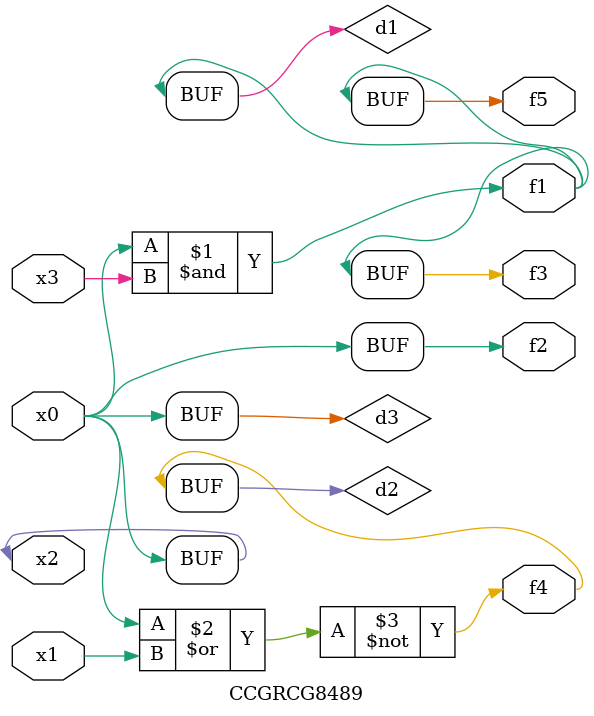
<source format=v>
module CCGRCG8489(
	input x0, x1, x2, x3,
	output f1, f2, f3, f4, f5
);

	wire d1, d2, d3;

	and (d1, x2, x3);
	nor (d2, x0, x1);
	buf (d3, x0, x2);
	assign f1 = d1;
	assign f2 = d3;
	assign f3 = d1;
	assign f4 = d2;
	assign f5 = d1;
endmodule

</source>
